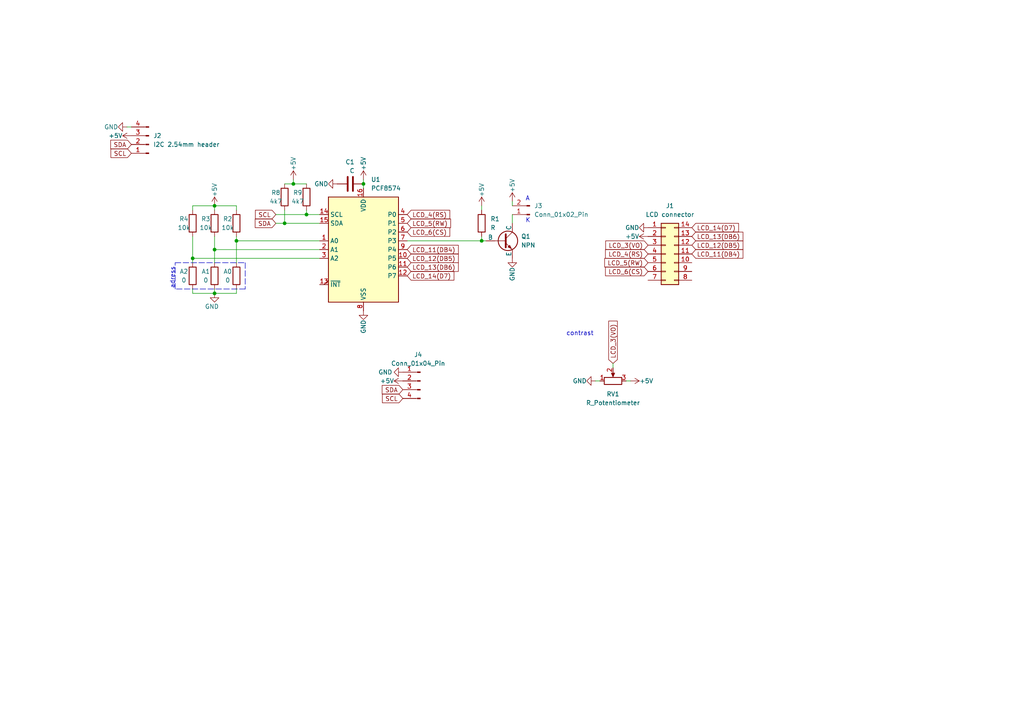
<source format=kicad_sch>
(kicad_sch (version 20231120) (generator "eeschema") (generator_version "8.0")
  (paper "A4")
  (lib_symbols
    (symbol "Connector:Conn_01x02_Pin" (pin_names (offset 1.016) hide)
      (property "Reference" "J" (at 0 2.54 0))
      (property "Value" "Conn_01x02_Pin" (at 0 -5.08 0))
      (symbol "Conn_01x02_Pin_1_1"
        (polyline (pts (xy 1.27 -2.54) (xy 0.8636 -2.54)) (stroke (width 0.1524)))
        (polyline (pts (xy 1.27 0) (xy 0.8636 0)) (stroke (width 0.1524)))
        (rectangle (start 0.8636 -2.413) (end 0 -2.667) (stroke (width 0.1524)) (fill (type outline)))
        (rectangle (start 0.8636 0.127) (end 0 -0.127) (stroke (width 0.1524)) (fill (type outline)))
        (pin passive line (at 5.08 0 180) (length 3.81) (name "Pin_1") (number "1"))
        (pin passive line (at 5.08 -2.54 180) (length 3.81) (name "Pin_2") (number "2"))
      )
    )
    (symbol "Connector:Conn_01x04_Pin" (pin_names (offset 1.016) hide)
      (property "Reference" "J" (at 0 5.08 0))
      (property "Value" "Conn_01x04_Pin" (at 0 -7.62 0))
      (symbol "Conn_01x04_Pin_1_1"
        (polyline (pts (xy 1.27 -5.08) (xy 0.8636 -5.08)) (stroke (width 0.1524)))
        (polyline (pts (xy 1.27 -2.54) (xy 0.8636 -2.54)) (stroke (width 0.1524)))
        (polyline (pts (xy 1.27 0) (xy 0.8636 0)) (stroke (width 0.1524)))
        (polyline (pts (xy 1.27 2.54) (xy 0.8636 2.54)) (stroke (width 0.1524)))
        (rectangle (start 0.8636 -4.953) (end 0 -5.207) (stroke (width 0.1524)) (fill (type outline)))
        (rectangle (start 0.8636 -2.413) (end 0 -2.667) (stroke (width 0.1524)) (fill (type outline)))
        (rectangle (start 0.8636 0.127) (end 0 -0.127) (stroke (width 0.1524)) (fill (type outline)))
        (rectangle (start 0.8636 2.667) (end 0 2.413) (stroke (width 0.1524)) (fill (type outline)))
        (pin passive line (at 5.08 2.54 180) (length 3.81) (name "Pin_1") (number "1"))
        (pin passive line (at 5.08 0 180) (length 3.81) (name "Pin_2") (number "2"))
        (pin passive line (at 5.08 -2.54 180) (length 3.81) (name "Pin_3") (number "3"))
        (pin passive line (at 5.08 -5.08 180) (length 3.81) (name "Pin_4") (number "4"))
      )
    )
    (symbol "Connector_Generic:Conn_02x07_Counter_Clockwise" (pin_names (offset 1.016) hide)
      (property "Reference" "J" (at 1.27 10.16 0))
      (property "Value" "Conn_02x07_Counter_Clockwise" (at 1.27 -10.16 0))
      (symbol "Conn_02x07_Counter_Clockwise_1_1"
        (rectangle (start -1.27 -7.493) (end 0 -7.747) (stroke (width 0.1524)))
        (rectangle (start -1.27 -4.953) (end 0 -5.207) (stroke (width 0.1524)))
        (rectangle (start -1.27 -2.413) (end 0 -2.667) (stroke (width 0.1524)))
        (rectangle (start -1.27 0.127) (end 0 -0.127) (stroke (width 0.1524)))
        (rectangle (start -1.27 2.667) (end 0 2.413) (stroke (width 0.1524)))
        (rectangle (start -1.27 5.207) (end 0 4.953) (stroke (width 0.1524)))
        (rectangle (start -1.27 7.747) (end 0 7.493) (stroke (width 0.1524)))
        (rectangle (start -1.27 8.89) (end 3.81 -8.89) (stroke (width 0.254)) (fill (type background)))
        (rectangle (start 3.81 -7.493) (end 2.54 -7.747) (stroke (width 0.1524)))
        (rectangle (start 3.81 -4.953) (end 2.54 -5.207) (stroke (width 0.1524)))
        (rectangle (start 3.81 -2.413) (end 2.54 -2.667) (stroke (width 0.1524)))
        (rectangle (start 3.81 0.127) (end 2.54 -0.127) (stroke (width 0.1524)))
        (rectangle (start 3.81 2.667) (end 2.54 2.413) (stroke (width 0.1524)))
        (rectangle (start 3.81 5.207) (end 2.54 4.953) (stroke (width 0.1524)))
        (rectangle (start 3.81 7.747) (end 2.54 7.493) (stroke (width 0.1524)))
        (pin passive line (at -5.08 7.62 0) (length 3.81) (name "Pin_1") (number "1"))
        (pin passive line (at 7.62 -2.54 180) (length 3.81) (name "Pin_10") (number "10"))
        (pin passive line (at 7.62 0 180) (length 3.81) (name "Pin_11") (number "11"))
        (pin passive line (at 7.62 2.54 180) (length 3.81) (name "Pin_12") (number "12"))
        (pin passive line (at 7.62 5.08 180) (length 3.81) (name "Pin_13") (number "13"))
        (pin passive line (at 7.62 7.62 180) (length 3.81) (name "Pin_14") (number "14"))
        (pin passive line (at -5.08 5.08 0) (length 3.81) (name "Pin_2") (number "2"))
        (pin passive line (at -5.08 2.54 0) (length 3.81) (name "Pin_3") (number "3"))
        (pin passive line (at -5.08 0 0) (length 3.81) (name "Pin_4") (number "4"))
        (pin passive line (at -5.08 -2.54 0) (length 3.81) (name "Pin_5") (number "5"))
        (pin passive line (at -5.08 -5.08 0) (length 3.81) (name "Pin_6") (number "6"))
        (pin passive line (at -5.08 -7.62 0) (length 3.81) (name "Pin_7") (number "7"))
        (pin passive line (at 7.62 -7.62 180) (length 3.81) (name "Pin_8") (number "8"))
        (pin passive line (at 7.62 -5.08 180) (length 3.81) (name "Pin_9") (number "9"))
      )
    )
    (symbol "Device:C" (pin_numbers hide) (pin_names (offset 0.254))
      (property "Reference" "C" (at 0.635 2.54 0))
      (property "Value" "C" (at 0.635 -2.54 0))
      (symbol "C_0_1"
        (polyline (pts (xy -2.032 -0.762) (xy 2.032 -0.762)) (stroke (width 0.508)))
        (polyline (pts (xy -2.032 0.762) (xy 2.032 0.762)) (stroke (width 0.508)))
      )
      (symbol "C_1_1"
        (pin passive line (at 0 3.81 270) (length 2.794) (name "~") (number "1"))
        (pin passive line (at 0 -3.81 90) (length 2.794) (name "~") (number "2"))
      )
    )
    (symbol "Device:R" (pin_numbers hide) (pin_names (offset 0))
      (property "Reference" "R" (at 2.032 0 90))
      (property "Value" "R" (at 0 0 90))
      (symbol "R_0_1"
        (rectangle (start -1.016 -2.54) (end 1.016 2.54) (stroke (width 0.254)))
      )
      (symbol "R_1_1"
        (pin passive line (at 0 3.81 270) (length 1.27) (name "~") (number "1"))
        (pin passive line (at 0 -3.81 90) (length 1.27) (name "~") (number "2"))
      )
    )
    (symbol "Device:R_Potentiometer" (pin_names (offset 1.016) hide)
      (property "Reference" "RV" (at -4.445 0 90))
      (property "Value" "R_Potentiometer" (at -2.54 0 90))
      (symbol "R_Potentiometer_0_1"
        (polyline (pts (xy 2.54 0) (xy 1.524 0)))
        (polyline (pts (xy 1.143 0) (xy 2.286 0.508) (xy 2.286 -0.508) (xy 1.143 0)) (fill (type outline)))
        (rectangle (start 1.016 2.54) (end -1.016 -2.54) (stroke (width 0.254)))
      )
      (symbol "R_Potentiometer_1_1"
        (pin passive line (at 0 3.81 270) (length 1.27) (name "1") (number "1"))
        (pin passive line (at 3.81 0 180) (length 1.27) (name "2") (number "2"))
        (pin passive line (at 0 -3.81 90) (length 1.27) (name "3") (number "3"))
      )
    )
    (symbol "Interface_Expansion:PCF8574"
      (property "Reference" "U" (at -8.89 16.51 0))
      (property "Value" "PCF8574" (at 2.54 16.51 0))
      (symbol "PCF8574_0_1"
        (rectangle (start -10.16 15.24) (end 10.16 -15.24) (stroke (width 0.254)) (fill (type background)))
      )
      (symbol "PCF8574_1_1"
        (pin input line (at -12.7 2.54 0) (length 2.54) (name "A0") (number "1"))
        (pin bidirectional line (at 12.7 -2.54 180) (length 2.54) (name "P5") (number "10"))
        (pin bidirectional line (at 12.7 -5.08 180) (length 2.54) (name "P6") (number "11"))
        (pin bidirectional line (at 12.7 -7.62 180) (length 2.54) (name "P7") (number "12"))
        (pin open_collector output_low (at -12.7 -10.16 0) (length 2.54) (name "~{INT}") (number "13"))
        (pin input line (at -12.7 10.16 0) (length 2.54) (name "SCL") (number "14"))
        (pin bidirectional line (at -12.7 7.62 0) (length 2.54) (name "SDA") (number "15"))
        (pin power_in line (at 0 17.78 270) (length 2.54) (name "VDD") (number "16"))
        (pin input line (at -12.7 0 0) (length 2.54) (name "A1") (number "2"))
        (pin input line (at -12.7 -2.54 0) (length 2.54) (name "A2") (number "3"))
        (pin bidirectional line (at 12.7 10.16 180) (length 2.54) (name "P0") (number "4"))
        (pin bidirectional line (at 12.7 7.62 180) (length 2.54) (name "P1") (number "5"))
        (pin bidirectional line (at 12.7 5.08 180) (length 2.54) (name "P2") (number "6"))
        (pin bidirectional line (at 12.7 2.54 180) (length 2.54) (name "P3") (number "7"))
        (pin power_in line (at 0 -17.78 90) (length 2.54) (name "VSS") (number "8"))
        (pin bidirectional line (at 12.7 0 180) (length 2.54) (name "P4") (number "9"))
      )
    )
    (symbol "Simulation_SPICE:NPN" (pin_numbers hide) (pin_names (offset 0))
      (property "Reference" "Q" (at -2.54 7.62 0))
      (property "Value" "NPN" (at -2.54 5.08 0))
      (symbol "NPN_0_1"
        (polyline (pts (xy -2.54 0) (xy 0.635 0)) (stroke (width 0.1524)))
        (polyline (pts (xy 0.635 0.635) (xy 2.54 2.54)))
        (polyline (pts (xy 2.794 -1.27) (xy 2.794 -1.27)) (stroke (width 0.1524)))
        (polyline (pts (xy 2.794 -1.27) (xy 2.794 -1.27)) (stroke (width 0.1524)))
        (polyline (pts (xy 0.635 -0.635) (xy 2.54 -2.54) (xy 2.54 -2.54)))
        (polyline (pts (xy 0.635 1.905) (xy 0.635 -1.905) (xy 0.635 -1.905)) (stroke (width 0.508)))
        (polyline (pts (xy 1.27 -1.778) (xy 1.778 -1.27) (xy 2.286 -2.286) (xy 1.27 -1.778) (xy 1.27 -1.778)) (fill (type outline)))
        (circle (center 1.27 0) (radius 2.8194) (stroke (width 0.254)))
      )
      (symbol "NPN_1_1"
        (pin open_collector line (at 2.54 5.08 270) (length 2.54) (name "C") (number "1"))
        (pin input line (at -5.08 0 0) (length 2.54) (name "B") (number "2"))
        (pin open_emitter line (at 2.54 -5.08 90) (length 2.54) (name "E") (number "3"))
      )
    )
    (symbol "power:+5V" (power) (pin_names (offset 0))
      (property "Value" "+5V" (at 0 3.556 0))
      (symbol "+5V_0_1"
        (polyline (pts (xy -0.762 1.27) (xy 0 2.54)))
        (polyline (pts (xy 0 0) (xy 0 2.54)))
        (polyline (pts (xy 0 2.54) (xy 0.762 1.27)))
      )
      (symbol "+5V_1_1"
        (pin power_in line (at 0 0 90) (length 0) hide (name "+5V") (number "1"))
      )
    )
    (symbol "power:GND" (power) (pin_names (offset 0))
      (property "Value" "GND" (at 0 -3.81 0))
      (symbol "GND_0_1"
        (polyline (pts (xy 0 0) (xy 0 -1.27) (xy 1.27 -1.27) (xy 0 -2.54) (xy -1.27 -1.27) (xy 0 -1.27)))
      )
      (symbol "GND_1_1"
        (pin power_in line (at 0 0 270) (length 0) hide (name "GND") (number "1"))
      )
    )
  )
  (junction (at 68.58 69.85))
  (junction (at 55.88 74.93))
  (junction (at 85.09 53.34))
  (junction (at 139.7 69.85))
  (junction (at 62.23 85.09))
  (junction (at 88.9 62.23))
  (junction (at 62.23 72.39))
  (junction (at 105.41 53.34))
  (junction (at 82.55 64.77))
  (junction (at 62.23 59.69))
  (wire (pts (xy 68.58 69.85) (xy 68.58 76.2)))
  (polyline (pts (xy 71.12 76.2) (xy 71.12 83.82)) (stroke (width 0) (type dash)))
  (wire (pts (xy 62.23 68.58) (xy 62.23 72.39)))
  (polyline (pts (xy 50.8 76.2) (xy 71.12 76.2)) (stroke (width 0) (type dash)))
  (wire (pts (xy 62.23 85.09) (xy 68.58 85.09)))
  (wire (pts (xy 82.55 53.34) (xy 85.09 53.34)))
  (wire (pts (xy 88.9 60.96) (xy 88.9 62.23)))
  (wire (pts (xy 105.41 52.07) (xy 105.41 53.34)))
  (polyline (pts (xy 71.12 83.82) (xy 50.8 83.82)) (stroke (width 0) (type dash)))
  (wire (pts (xy 80.01 64.77) (xy 82.55 64.77)))
  (wire (pts (xy 85.09 53.34) (xy 88.9 53.34)))
  (wire (pts (xy 55.88 85.09) (xy 55.88 83.82)))
  (wire (pts (xy 68.58 85.09) (xy 68.58 83.82)))
  (wire (pts (xy 148.59 58.42) (xy 148.59 59.69)))
  (wire (pts (xy 139.7 68.58) (xy 139.7 69.85)))
  (wire (pts (xy 140.97 69.85) (xy 139.7 69.85)))
  (wire (pts (xy 68.58 69.85) (xy 68.58 68.58)))
  (wire (pts (xy 55.88 74.93) (xy 55.88 68.58)))
  (wire (pts (xy 55.88 74.93) (xy 55.88 76.2)))
  (polyline (pts (xy 50.8 83.82) (xy 50.8 76.2)) (stroke (width 0) (type dash)))
  (wire (pts (xy 182.88 110.49) (xy 181.61 110.49)))
  (wire (pts (xy 80.01 62.23) (xy 88.9 62.23)))
  (wire (pts (xy 177.8 105.41) (xy 177.8 106.68)))
  (wire (pts (xy 62.23 72.39) (xy 92.71 72.39)))
  (wire (pts (xy 36.83 36.83) (xy 38.1 36.83)))
  (wire (pts (xy 118.11 69.85) (xy 139.7 69.85)))
  (wire (pts (xy 82.55 60.96) (xy 82.55 64.77)))
  (wire (pts (xy 85.09 52.07) (xy 85.09 53.34)))
  (wire (pts (xy 105.41 53.34) (xy 105.41 54.61)))
  (wire (pts (xy 62.23 72.39) (xy 62.23 76.2)))
  (wire (pts (xy 55.88 59.69) (xy 62.23 59.69)))
  (wire (pts (xy 172.72 110.49) (xy 173.99 110.49)))
  (wire (pts (xy 55.88 85.09) (xy 62.23 85.09)))
  (wire (pts (xy 88.9 62.23) (xy 92.71 62.23)))
  (wire (pts (xy 68.58 59.69) (xy 68.58 60.96)))
  (wire (pts (xy 68.58 69.85) (xy 92.71 69.85)))
  (wire (pts (xy 139.7 59.69) (xy 139.7 60.96)))
  (wire (pts (xy 55.88 74.93) (xy 92.71 74.93)))
  (wire (pts (xy 55.88 59.69) (xy 55.88 60.96)))
  (wire (pts (xy 62.23 85.09) (xy 62.23 83.82)))
  (wire (pts (xy 62.23 59.69) (xy 68.58 59.69)))
  (wire (pts (xy 82.55 64.77) (xy 92.71 64.77)))
  (wire (pts (xy 62.23 59.69) (xy 62.23 60.96)))
  (wire (pts (xy 148.59 62.23) (xy 148.59 64.77)))
  (text "A\n" (at 152.4 58.42 0) (effects (font (size 1.27 1.27)) (justify left bottom)))
  (text "adress" (at 50.8 83.82 90) (effects (font (size 1.27 1.27)) (justify left bottom)))
  (text "contrast" (at 172.212 97.536 0) (effects (font (size 1.27 1.27)) (justify right bottom)))
  (text "K\n" (at 152.4 64.77 0) (effects (font (size 1.27 1.27)) (justify left bottom)))
  (global_label "LCD_3(VO)" (shape input) (at 177.8 105.41 90) (property "Intersheetrefs" "${INTERSHEET_REFS}" (effects (hide yes))))
  (global_label "LCD_13(DB6)" (shape input) (at 200.66 68.58 0) (property "Intersheetrefs" "${INTERSHEET_REFS}" (effects (hide yes))))
  (global_label "LCD_6(CS)" (shape input) (at 187.96 78.74 180) (property "Intersheetrefs" "${INTERSHEET_REFS}" (effects (hide yes))))
  (global_label "LCD_3(VO)" (shape input) (at 187.96 71.12 180) (property "Intersheetrefs" "${INTERSHEET_REFS}" (effects (hide yes))))
  (global_label "LCD_4(RS)" (shape input) (at 118.11 62.23 0) (property "Intersheetrefs" "${INTERSHEET_REFS}" (effects (hide yes))))
  (global_label "SCL" (shape input) (at 116.84 115.57 180) (property "Intersheetrefs" "${INTERSHEET_REFS}" (effects (hide yes))))
  (global_label "LCD_6(CS)" (shape input) (at 118.11 67.31 0) (property "Intersheetrefs" "${INTERSHEET_REFS}" (effects (hide yes))))
  (global_label "LCD_13(DB6)" (shape input) (at 118.11 77.47 0) (property "Intersheetrefs" "${INTERSHEET_REFS}" (effects (hide yes))))
  (global_label "LCD_5(RW)" (shape input) (at 118.11 64.77 0) (property "Intersheetrefs" "${INTERSHEET_REFS}" (effects (hide yes))))
  (global_label "SDA" (shape input) (at 38.1 41.91 180) (property "Intersheetrefs" "${INTERSHEET_REFS}" (effects (hide yes))))
  (global_label "LCD_12(DB5)" (shape input) (at 200.66 71.12 0) (property "Intersheetrefs" "${INTERSHEET_REFS}" (effects (hide yes))))
  (global_label "SCL" (shape input) (at 80.01 62.23 180) (property "Intersheetrefs" "${INTERSHEET_REFS}" (effects (hide yes))))
  (global_label "LCD_11(DB4)" (shape input) (at 200.66 73.66 0) (property "Intersheetrefs" "${INTERSHEET_REFS}" (effects (hide yes))))
  (global_label "LCD_11(DB4)" (shape input) (at 118.11 72.39 0) (property "Intersheetrefs" "${INTERSHEET_REFS}" (effects (hide yes))))
  (global_label "LCD_12(DB5)" (shape input) (at 118.11 74.93 0) (property "Intersheetrefs" "${INTERSHEET_REFS}" (effects (hide yes))))
  (global_label "SDA" (shape input) (at 80.01 64.77 180) (property "Intersheetrefs" "${INTERSHEET_REFS}" (effects (hide yes))))
  (global_label "LCD_4(RS)" (shape input) (at 187.96 73.66 180) (property "Intersheetrefs" "${INTERSHEET_REFS}" (effects (hide yes))))
  (global_label "SDA" (shape input) (at 116.84 113.03 180) (property "Intersheetrefs" "${INTERSHEET_REFS}" (effects (hide yes))))
  (global_label "SCL" (shape input) (at 38.1 44.45 180) (property "Intersheetrefs" "${INTERSHEET_REFS}" (effects (hide yes))))
  (global_label "LCD_14(D7)" (shape input) (at 118.11 80.01 0) (property "Intersheetrefs" "${INTERSHEET_REFS}" (effects (hide yes))))
  (global_label "LCD_5(RW)" (shape input) (at 187.96 76.2 180) (property "Intersheetrefs" "${INTERSHEET_REFS}" (effects (hide yes))))
  (global_label "LCD_14(D7)" (shape input) (at 200.66 66.04 0) (property "Intersheetrefs" "${INTERSHEET_REFS}" (effects (hide yes))))
  (symbol (lib_id "Device:R") (at 55.88 64.77 180) (unit 1)
    (property "Reference" "R4" (at 53.34 63.5 0))
    (property "Value" "10k" (at 53.34 66.04 0))
    (property "Footprint" "Resistor_SMD:R_0805_2012Metric" (effects (hide yes)))
  )
  (symbol (lib_id "power:GND") (at 187.96 66.04 270) (unit 1)
    (property "Reference" "#PWR04" (effects (hide yes)))
    (property "Value" "GND" (at 185.42 66.04 90) (effects (justify right)))
  )
  (symbol (lib_id "Device:R") (at 139.7 64.77 0) (unit 1)
    (property "Reference" "R1" (at 142.24 63.5 0) (effects (justify left)))
    (property "Value" "R" (at 142.24 66.04 0) (effects (justify left)))
    (property "Footprint" "Resistor_SMD:R_0805_2012Metric" (effects (hide yes)))
  )
  (symbol (lib_id "Device:R") (at 82.55 57.15 180) (unit 1)
    (property "Reference" "R8" (at 80.01 55.88 0))
    (property "Value" "4k7" (at 80.01 58.42 0))
    (property "Footprint" "Resistor_SMD:R_0805_2012Metric" (effects (hide yes)))
  )
  (symbol (lib_id "power:GND") (at 116.84 107.95 270) (mirror x) (unit 1)
    (property "Reference" "#PWR016" (effects (hide yes)))
    (property "Value" "GND" (at 111.76 107.95 90))
    (property "Description" "Power symbol creates a global label with name \"GND\" , ground" (effects (hide yes)))
  )
  (symbol (lib_id "power:GND") (at 105.41 90.17 0) (unit 1)
    (property "Reference" "#PWR03" (effects (hide yes)))
    (property "Value" "GND" (at 105.41 92.71 90) (effects (justify right)))
  )
  (symbol (lib_id "power:GND") (at 172.72 110.49 270) (unit 1)
    (property "Reference" "#PWR06" (effects (hide yes)))
    (property "Value" "GND" (at 170.18 110.49 90) (effects (justify right)))
  )
  (symbol (lib_id "Interface_Expansion:PCF8574") (at 105.41 72.39 0) (unit 1)
    (property "Reference" "U1" (at 107.6041 52.07 0) (effects (justify left)))
    (property "Value" "PCF8574" (at 107.6041 54.61 0) (effects (justify left)))
    (property "Footprint" "Package_SO:SO-16_5.3x10.2mm_P1.27mm" (effects (hide yes)))
    (property "Datasheet" "http://www.nxp.com/docs/en/data-sheet/PCF8574_PCF8574A.pdf" (effects (hide yes)))
  )
  (symbol (lib_id "Device:R") (at 62.23 64.77 180) (unit 1)
    (property "Reference" "R3" (at 59.69 63.5 0))
    (property "Value" "10k" (at 59.69 66.04 0))
    (property "Footprint" "Resistor_SMD:R_0805_2012Metric" (effects (hide yes)))
  )
  (symbol (lib_id "Device:R") (at 68.58 80.01 180) (unit 1)
    (property "Reference" "A0" (at 66.04 78.74 0))
    (property "Value" "0" (at 66.04 81.28 0))
    (property "Footprint" "Resistor_SMD:R_0805_2012Metric" (effects (hide yes)))
  )
  (symbol (lib_id "power:GND") (at 148.59 74.93 0) (unit 1)
    (property "Reference" "#PWR013" (effects (hide yes)))
    (property "Value" "GND" (at 148.59 77.47 90) (effects (justify right)))
  )
  (symbol (lib_id "Device:R") (at 68.58 64.77 180) (unit 1)
    (property "Reference" "R2" (at 66.04 63.5 0))
    (property "Value" "10k" (at 66.04 66.04 0))
    (property "Footprint" "Resistor_SMD:R_0805_2012Metric" (effects (hide yes)))
  )
  (symbol (lib_id "power:GND") (at 97.79 53.34 270) (unit 1)
    (property "Reference" "#PWR01" (effects (hide yes)))
    (property "Value" "GND" (at 95.25 53.34 90) (effects (justify right)))
  )
  (symbol (lib_id "power:+5V") (at 182.88 110.49 270) (unit 1)
    (property "Reference" "#PWR07" (effects (hide yes)))
    (property "Value" "+5V" (at 185.42 110.49 90) (effects (justify left)))
  )
  (symbol (lib_id "Device:R") (at 62.23 80.01 180) (unit 1)
    (property "Reference" "A1" (at 59.69 78.74 0))
    (property "Value" "0" (at 59.69 81.28 0))
    (property "Footprint" "Resistor_SMD:R_0805_2012Metric" (effects (hide yes)))
  )
  (symbol (lib_id "Connector:Conn_01x04_Pin") (at 43.18 41.91 180) (unit 1)
    (property "Reference" "J2" (at 44.45 39.3699 0) (effects (justify right)))
    (property "Value" "I2C 2.54mm header" (at 44.45 41.9099 0) (effects (justify right)))
    (property "Footprint" "Connector_PinHeader_2.54mm:PinHeader_1x04_P2.54mm_Vertical" (effects (hide yes)))
  )
  (symbol (lib_id "Device:R") (at 55.88 80.01 180) (unit 1)
    (property "Reference" "A2" (at 53.34 78.74 0))
    (property "Value" "0" (at 53.34 81.28 0))
    (property "Footprint" "Resistor_SMD:R_0805_2012Metric" (effects (hide yes)))
  )
  (symbol (lib_id "power:+5V") (at 85.09 52.07 0) (unit 1)
    (property "Reference" "#PWR015" (effects (hide yes)))
    (property "Value" "+5V" (at 85.09 49.53 90) (effects (justify left)))
  )
  (symbol (lib_id "Device:C") (at 101.6 53.34 90) (unit 1)
    (property "Reference" "C1" (at 102.87 46.99 90) (effects (justify left)))
    (property "Value" "C" (at 102.87 49.53 90) (effects (justify left)))
    (property "Footprint" "Capacitor_SMD:C_0805_2012Metric" (effects (hide yes)))
  )
  (symbol (lib_id "Connector:Conn_01x02_Pin") (at 153.67 62.23 180) (unit 1)
    (property "Reference" "J3" (at 154.94 59.69 0) (effects (justify right)))
    (property "Value" "Conn_01x02_Pin" (at 154.94 62.23 0) (effects (justify right)))
    (property "Footprint" "Connector_PinHeader_2.54mm:PinHeader_1x02_P2.54mm_Vertical" (effects (hide yes)))
  )
  (symbol (lib_id "Connector_Generic:Conn_02x07_Counter_Clockwise") (at 193.04 73.66 0) (unit 1)
    (property "Reference" "J1" (at 194.31 59.69 0))
    (property "Value" "LCD connector" (at 194.31 62.23 0))
    (property "Footprint" "Connector_PinHeader_2.54mm:PinHeader_2x07_P2.54mm_Vertical" (effects (hide yes)))
  )
  (symbol (lib_id "power:+5V") (at 116.84 110.49 90) (unit 1)
    (property "Reference" "#PWR017" (effects (hide yes)))
    (property "Value" "+5V" (at 114.3 110.49 90) (effects (justify left)))
  )
  (symbol (lib_id "power:GND") (at 36.83 36.83 270) (unit 1)
    (property "Reference" "#PWR08" (effects (hide yes)))
    (property "Value" "GND" (at 34.29 36.83 90) (effects (justify right)))
  )
  (symbol (lib_id "power:+5V") (at 62.23 59.69 0) (unit 1)
    (property "Reference" "#PWR011" (effects (hide yes)))
    (property "Value" "+5V" (at 62.23 57.15 90) (effects (justify left)))
  )
  (symbol (lib_id "power:+5V") (at 38.1 39.37 90) (unit 1)
    (property "Reference" "#PWR09" (effects (hide yes)))
    (property "Value" "+5V" (at 35.56 39.37 90) (effects (justify left)))
  )
  (symbol (lib_id "power:+5V") (at 148.59 58.42 0) (unit 1)
    (property "Reference" "#PWR014" (effects (hide yes)))
    (property "Value" "+5V" (at 148.59 55.88 90) (effects (justify left)))
  )
  (symbol (lib_id "Device:R") (at 88.9 57.15 180) (unit 1)
    (property "Reference" "R9" (at 86.36 55.88 0))
    (property "Value" "4k7" (at 86.36 58.42 0))
    (property "Footprint" "Resistor_SMD:R_0805_2012Metric" (effects (hide yes)))
  )
  (symbol (lib_id "Simulation_SPICE:NPN") (at 146.05 69.85 0) (unit 1)
    (property "Reference" "Q1" (at 151.13 68.58 0) (effects (justify left)))
    (property "Value" "NPN" (at 151.13 71.12 0) (effects (justify left)))
    (property "Footprint" "Package_TO_SOT_SMD:SOT-23-3" (effects (hide yes)))
    (property "Sim.Device" "NPN" (effects (hide yes)))
    (property "Sim.Type" "GUMMELPOON" (effects (hide yes)))
    (property "Sim.Pins" "1=C 2=B 3=E" (effects (hide yes)))
  )
  (symbol (lib_id "power:+5V") (at 187.96 68.58 90) (unit 1)
    (property "Reference" "#PWR05" (effects (hide yes)))
    (property "Value" "+5V" (at 185.42 68.58 90) (effects (justify left)))
  )
  (symbol (lib_id "Connector:Conn_01x04_Pin") (at 121.92 110.49 0) (mirror y) (unit 1)
    (property "Reference" "J4" (at 121.285 102.87 0))
    (property "Value" "Conn_01x04_Pin" (at 121.285 105.41 0))
    (property "Footprint" "Connector_JST:JST_SH_SM04B-SRSS-TB_1x04-1MP_P1.00mm_Horizontal" (effects (hide yes)))
    (property "Description" "Generic connector, single row, 01x04, script generated" (effects (hide yes)))
  )
  (symbol (lib_id "Device:R_Potentiometer") (at 177.8 110.49 90) (unit 1)
    (property "Reference" "RV1" (at 177.8 114.3 90))
    (property "Value" "R_Potentiometer" (at 177.8 116.84 90))
    (property "Footprint" "OK1NYA:Potentiometer_Bourns_3362P_Vertical" (effects (hide yes)))
  )
  (symbol (lib_id "power:+5V") (at 139.7 59.69 0) (unit 1)
    (property "Reference" "#PWR010" (effects (hide yes)))
    (property "Value" "+5V" (at 139.7 57.15 90) (effects (justify left)))
  )
  (symbol (lib_id "power:+5V") (at 105.41 52.07 0) (unit 1)
    (property "Reference" "#PWR02" (effects (hide yes)))
    (property "Value" "+5V" (at 105.41 49.53 90) (effects (justify left)))
  )
  (symbol (lib_id "power:GND") (at 62.23 85.09 0) (unit 1)
    (property "Reference" "#PWR012" (effects (hide yes)))
    (property "Value" "GND" (at 63.5 88.9 0) (effects (justify right)))
  )
)
</source>
